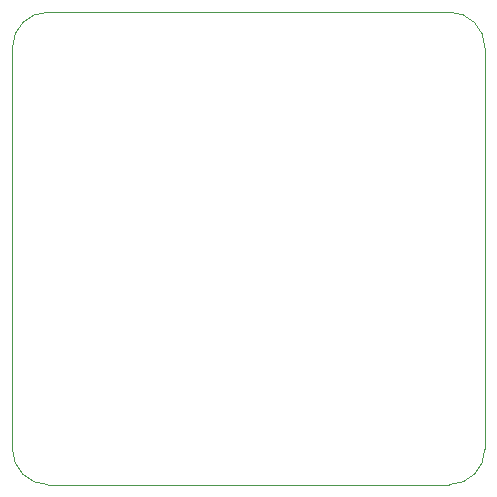
<source format=gbr>
%TF.GenerationSoftware,KiCad,Pcbnew,7.0.7*%
%TF.CreationDate,2024-02-22T12:38:55+00:00*%
%TF.ProjectId,gaugeInterface_rev0,67617567-6549-46e7-9465-72666163655f,rev?*%
%TF.SameCoordinates,Original*%
%TF.FileFunction,Profile,NP*%
%FSLAX46Y46*%
G04 Gerber Fmt 4.6, Leading zero omitted, Abs format (unit mm)*
G04 Created by KiCad (PCBNEW 7.0.7) date 2024-02-22 12:38:55*
%MOMM*%
%LPD*%
G01*
G04 APERTURE LIST*
%TA.AperFunction,Profile*%
%ADD10C,0.100000*%
%TD*%
G04 APERTURE END LIST*
D10*
X37000000Y-40000000D02*
X3000000Y-40000000D01*
X40000000Y-3000000D02*
G75*
G03*
X37000000Y0I-3000000J0D01*
G01*
X3000000Y0D02*
X37000000Y0D01*
X3000000Y0D02*
G75*
G03*
X0Y-3000000I0J-3000000D01*
G01*
X0Y-37000000D02*
X0Y-3000000D01*
X0Y-37000000D02*
G75*
G03*
X3000000Y-40000000I3000000J0D01*
G01*
X37000000Y-40000000D02*
G75*
G03*
X40000000Y-37000000I0J3000000D01*
G01*
X40000000Y-3000000D02*
X40000000Y-37000000D01*
M02*

</source>
